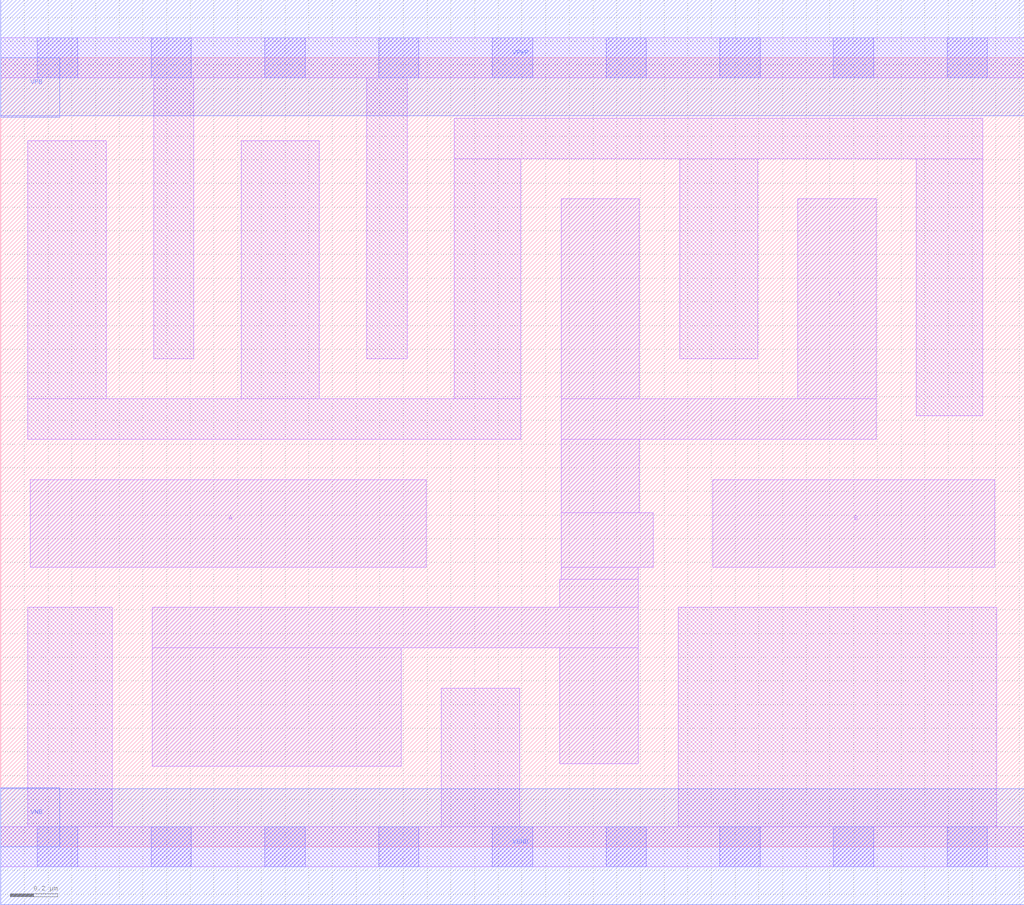
<source format=lef>
# Copyright 2020 The SkyWater PDK Authors
#
# Licensed under the Apache License, Version 2.0 (the "License");
# you may not use this file except in compliance with the License.
# You may obtain a copy of the License at
#
#     https://www.apache.org/licenses/LICENSE-2.0
#
# Unless required by applicable law or agreed to in writing, software
# distributed under the License is distributed on an "AS IS" BASIS,
# WITHOUT WARRANTIES OR CONDITIONS OF ANY KIND, either express or implied.
# See the License for the specific language governing permissions and
# limitations under the License.
#
# SPDX-License-Identifier: Apache-2.0

VERSION 5.5 ;
NAMESCASESENSITIVE ON ;
BUSBITCHARS "[]" ;
DIVIDERCHAR "/" ;
MACRO sky130_fd_sc_ms__nor2_4
  CLASS CORE ;
  SOURCE USER ;
  ORIGIN  0.000000  0.000000 ;
  SIZE  4.320000 BY  3.330000 ;
  SYMMETRY X Y ;
  SITE unit ;
  PIN A
    ANTENNAGATEAREA  0.894000 ;
    DIRECTION INPUT ;
    USE SIGNAL ;
    PORT
      LAYER li1 ;
        RECT 0.125000 1.180000 1.795000 1.550000 ;
    END
  END A
  PIN B
    ANTENNAGATEAREA  0.894000 ;
    DIRECTION INPUT ;
    USE SIGNAL ;
    PORT
      LAYER li1 ;
        RECT 3.005000 1.180000 4.195000 1.550000 ;
    END
  END B
  PIN Y
    ANTENNADIFFAREA  1.793600 ;
    DIRECTION OUTPUT ;
    USE SIGNAL ;
    PORT
      LAYER li1 ;
        RECT 0.640000 0.340000 1.690000 0.840000 ;
        RECT 0.640000 0.840000 2.690000 1.010000 ;
        RECT 2.360000 0.350000 2.690000 0.840000 ;
        RECT 2.360000 1.010000 2.690000 1.130000 ;
        RECT 2.365000 1.130000 2.690000 1.180000 ;
        RECT 2.365000 1.180000 2.755000 1.410000 ;
        RECT 2.365000 1.410000 2.695000 1.720000 ;
        RECT 2.365000 1.720000 3.695000 1.890000 ;
        RECT 2.365000 1.890000 2.695000 2.735000 ;
        RECT 3.365000 1.890000 3.695000 2.735000 ;
    END
  END Y
  PIN VGND
    DIRECTION INOUT ;
    USE GROUND ;
    PORT
      LAYER met1 ;
        RECT 0.000000 -0.245000 4.320000 0.245000 ;
    END
  END VGND
  PIN VNB
    DIRECTION INOUT ;
    USE GROUND ;
    PORT
      LAYER met1 ;
        RECT 0.000000 0.000000 0.250000 0.250000 ;
    END
  END VNB
  PIN VPB
    DIRECTION INOUT ;
    USE POWER ;
    PORT
      LAYER met1 ;
        RECT 0.000000 3.080000 0.250000 3.330000 ;
    END
  END VPB
  PIN VPWR
    DIRECTION INOUT ;
    USE POWER ;
    PORT
      LAYER met1 ;
        RECT 0.000000 3.085000 4.320000 3.575000 ;
    END
  END VPWR
  OBS
    LAYER li1 ;
      RECT 0.000000 -0.085000 4.320000 0.085000 ;
      RECT 0.000000  3.245000 4.320000 3.415000 ;
      RECT 0.115000  0.085000 0.470000 1.010000 ;
      RECT 0.115000  1.720000 2.195000 1.890000 ;
      RECT 0.115000  1.890000 0.445000 2.980000 ;
      RECT 0.645000  2.060000 0.815000 3.245000 ;
      RECT 1.015000  1.890000 1.345000 2.980000 ;
      RECT 1.545000  2.060000 1.715000 3.245000 ;
      RECT 1.860000  0.085000 2.190000 0.670000 ;
      RECT 1.915000  1.890000 2.195000 2.905000 ;
      RECT 1.915000  2.905000 4.145000 3.075000 ;
      RECT 2.860000  0.085000 4.205000 1.010000 ;
      RECT 2.865000  2.060000 3.195000 2.905000 ;
      RECT 3.865000  1.820000 4.145000 2.905000 ;
    LAYER mcon ;
      RECT 0.155000 -0.085000 0.325000 0.085000 ;
      RECT 0.155000  3.245000 0.325000 3.415000 ;
      RECT 0.635000 -0.085000 0.805000 0.085000 ;
      RECT 0.635000  3.245000 0.805000 3.415000 ;
      RECT 1.115000 -0.085000 1.285000 0.085000 ;
      RECT 1.115000  3.245000 1.285000 3.415000 ;
      RECT 1.595000 -0.085000 1.765000 0.085000 ;
      RECT 1.595000  3.245000 1.765000 3.415000 ;
      RECT 2.075000 -0.085000 2.245000 0.085000 ;
      RECT 2.075000  3.245000 2.245000 3.415000 ;
      RECT 2.555000 -0.085000 2.725000 0.085000 ;
      RECT 2.555000  3.245000 2.725000 3.415000 ;
      RECT 3.035000 -0.085000 3.205000 0.085000 ;
      RECT 3.035000  3.245000 3.205000 3.415000 ;
      RECT 3.515000 -0.085000 3.685000 0.085000 ;
      RECT 3.515000  3.245000 3.685000 3.415000 ;
      RECT 3.995000 -0.085000 4.165000 0.085000 ;
      RECT 3.995000  3.245000 4.165000 3.415000 ;
  END
END sky130_fd_sc_ms__nor2_4
END LIBRARY

</source>
